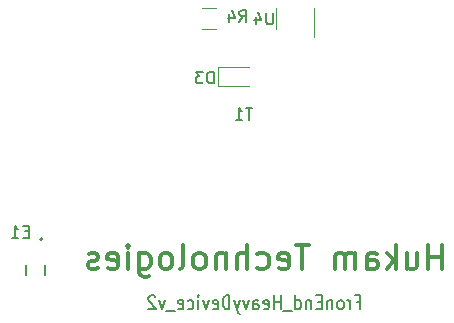
<source format=gbo>
G04 #@! TF.GenerationSoftware,KiCad,Pcbnew,5.1.7-a382d34a8~88~ubuntu18.04.1*
G04 #@! TF.CreationDate,2021-09-05T00:01:39+05:30*
G04 #@! TF.ProjectId,FrontEnd_HeavyDevice_v2,46726f6e-7445-46e6-945f-486561767944,rev?*
G04 #@! TF.SameCoordinates,Original*
G04 #@! TF.FileFunction,Legend,Bot*
G04 #@! TF.FilePolarity,Positive*
%FSLAX46Y46*%
G04 Gerber Fmt 4.6, Leading zero omitted, Abs format (unit mm)*
G04 Created by KiCad (PCBNEW 5.1.7-a382d34a8~88~ubuntu18.04.1) date 2021-09-05 00:01:39*
%MOMM*%
%LPD*%
G01*
G04 APERTURE LIST*
%ADD10C,0.200000*%
%ADD11C,0.300000*%
%ADD12C,0.127000*%
%ADD13C,0.120000*%
%ADD14C,0.150000*%
G04 APERTURE END LIST*
D10*
X125728287Y-112243245D02*
X126061620Y-112243245D01*
X126061620Y-112871817D02*
X126061620Y-111671817D01*
X125585430Y-111671817D01*
X125204478Y-112871817D02*
X125204478Y-112071817D01*
X125204478Y-112300388D02*
X125156859Y-112186102D01*
X125109240Y-112128960D01*
X125014001Y-112071817D01*
X124918763Y-112071817D01*
X124442573Y-112871817D02*
X124537811Y-112814674D01*
X124585430Y-112757531D01*
X124633049Y-112643245D01*
X124633049Y-112300388D01*
X124585430Y-112186102D01*
X124537811Y-112128960D01*
X124442573Y-112071817D01*
X124299716Y-112071817D01*
X124204478Y-112128960D01*
X124156859Y-112186102D01*
X124109240Y-112300388D01*
X124109240Y-112643245D01*
X124156859Y-112757531D01*
X124204478Y-112814674D01*
X124299716Y-112871817D01*
X124442573Y-112871817D01*
X123680668Y-112071817D02*
X123680668Y-112871817D01*
X123680668Y-112186102D02*
X123633049Y-112128960D01*
X123537811Y-112071817D01*
X123394954Y-112071817D01*
X123299716Y-112128960D01*
X123252097Y-112243245D01*
X123252097Y-112871817D01*
X122775906Y-112243245D02*
X122442573Y-112243245D01*
X122299716Y-112871817D02*
X122775906Y-112871817D01*
X122775906Y-111671817D01*
X122299716Y-111671817D01*
X121871144Y-112071817D02*
X121871144Y-112871817D01*
X121871144Y-112186102D02*
X121823525Y-112128960D01*
X121728287Y-112071817D01*
X121585430Y-112071817D01*
X121490192Y-112128960D01*
X121442573Y-112243245D01*
X121442573Y-112871817D01*
X120537811Y-112871817D02*
X120537811Y-111671817D01*
X120537811Y-112814674D02*
X120633049Y-112871817D01*
X120823525Y-112871817D01*
X120918763Y-112814674D01*
X120966382Y-112757531D01*
X121014001Y-112643245D01*
X121014001Y-112300388D01*
X120966382Y-112186102D01*
X120918763Y-112128960D01*
X120823525Y-112071817D01*
X120633049Y-112071817D01*
X120537811Y-112128960D01*
X120299716Y-112986102D02*
X119537811Y-112986102D01*
X119299716Y-112871817D02*
X119299716Y-111671817D01*
X119299716Y-112243245D02*
X118728287Y-112243245D01*
X118728287Y-112871817D02*
X118728287Y-111671817D01*
X117871144Y-112814674D02*
X117966382Y-112871817D01*
X118156859Y-112871817D01*
X118252097Y-112814674D01*
X118299716Y-112700388D01*
X118299716Y-112243245D01*
X118252097Y-112128960D01*
X118156859Y-112071817D01*
X117966382Y-112071817D01*
X117871144Y-112128960D01*
X117823525Y-112243245D01*
X117823525Y-112357531D01*
X118299716Y-112471817D01*
X116966382Y-112871817D02*
X116966382Y-112243245D01*
X117014001Y-112128960D01*
X117109240Y-112071817D01*
X117299716Y-112071817D01*
X117394954Y-112128960D01*
X116966382Y-112814674D02*
X117061620Y-112871817D01*
X117299716Y-112871817D01*
X117394954Y-112814674D01*
X117442573Y-112700388D01*
X117442573Y-112586102D01*
X117394954Y-112471817D01*
X117299716Y-112414674D01*
X117061620Y-112414674D01*
X116966382Y-112357531D01*
X116585430Y-112071817D02*
X116347335Y-112871817D01*
X116109240Y-112071817D01*
X115823525Y-112071817D02*
X115585430Y-112871817D01*
X115347335Y-112071817D02*
X115585430Y-112871817D01*
X115680668Y-113157531D01*
X115728287Y-113214674D01*
X115823525Y-113271817D01*
X114966382Y-112871817D02*
X114966382Y-111671817D01*
X114728287Y-111671817D01*
X114585430Y-111728960D01*
X114490192Y-111843245D01*
X114442573Y-111957531D01*
X114394954Y-112186102D01*
X114394954Y-112357531D01*
X114442573Y-112586102D01*
X114490192Y-112700388D01*
X114585430Y-112814674D01*
X114728287Y-112871817D01*
X114966382Y-112871817D01*
X113585430Y-112814674D02*
X113680668Y-112871817D01*
X113871144Y-112871817D01*
X113966382Y-112814674D01*
X114014001Y-112700388D01*
X114014001Y-112243245D01*
X113966382Y-112128960D01*
X113871144Y-112071817D01*
X113680668Y-112071817D01*
X113585430Y-112128960D01*
X113537811Y-112243245D01*
X113537811Y-112357531D01*
X114014001Y-112471817D01*
X113204478Y-112071817D02*
X112966382Y-112871817D01*
X112728287Y-112071817D01*
X112347335Y-112871817D02*
X112347335Y-112071817D01*
X112347335Y-111671817D02*
X112394954Y-111728960D01*
X112347335Y-111786102D01*
X112299716Y-111728960D01*
X112347335Y-111671817D01*
X112347335Y-111786102D01*
X111442573Y-112814674D02*
X111537811Y-112871817D01*
X111728287Y-112871817D01*
X111823525Y-112814674D01*
X111871144Y-112757531D01*
X111918763Y-112643245D01*
X111918763Y-112300388D01*
X111871144Y-112186102D01*
X111823525Y-112128960D01*
X111728287Y-112071817D01*
X111537811Y-112071817D01*
X111442573Y-112128960D01*
X110633049Y-112814674D02*
X110728287Y-112871817D01*
X110918763Y-112871817D01*
X111014001Y-112814674D01*
X111061620Y-112700388D01*
X111061620Y-112243245D01*
X111014001Y-112128960D01*
X110918763Y-112071817D01*
X110728287Y-112071817D01*
X110633049Y-112128960D01*
X110585430Y-112243245D01*
X110585430Y-112357531D01*
X111061620Y-112471817D01*
X110394954Y-112986102D02*
X109633049Y-112986102D01*
X109490192Y-112071817D02*
X109252097Y-112871817D01*
X109014001Y-112071817D01*
X108680668Y-111786102D02*
X108633049Y-111728960D01*
X108537811Y-111671817D01*
X108299716Y-111671817D01*
X108204478Y-111728960D01*
X108156859Y-111786102D01*
X108109240Y-111900388D01*
X108109240Y-112014674D01*
X108156859Y-112186102D01*
X108728287Y-112871817D01*
X108109240Y-112871817D01*
D11*
X132958240Y-109444041D02*
X132958240Y-107444041D01*
X132958240Y-108396422D02*
X131815383Y-108396422D01*
X131815383Y-109444041D02*
X131815383Y-107444041D01*
X130005860Y-108110708D02*
X130005860Y-109444041D01*
X130863002Y-108110708D02*
X130863002Y-109158327D01*
X130767764Y-109348803D01*
X130577288Y-109444041D01*
X130291574Y-109444041D01*
X130101098Y-109348803D01*
X130005860Y-109253565D01*
X129053479Y-109444041D02*
X129053479Y-107444041D01*
X128863002Y-108682137D02*
X128291574Y-109444041D01*
X128291574Y-108110708D02*
X129053479Y-108872613D01*
X126577288Y-109444041D02*
X126577288Y-108396422D01*
X126672526Y-108205946D01*
X126863002Y-108110708D01*
X127243955Y-108110708D01*
X127434431Y-108205946D01*
X126577288Y-109348803D02*
X126767764Y-109444041D01*
X127243955Y-109444041D01*
X127434431Y-109348803D01*
X127529669Y-109158327D01*
X127529669Y-108967851D01*
X127434431Y-108777375D01*
X127243955Y-108682137D01*
X126767764Y-108682137D01*
X126577288Y-108586899D01*
X125624907Y-109444041D02*
X125624907Y-108110708D01*
X125624907Y-108301184D02*
X125529669Y-108205946D01*
X125339193Y-108110708D01*
X125053479Y-108110708D01*
X124863002Y-108205946D01*
X124767764Y-108396422D01*
X124767764Y-109444041D01*
X124767764Y-108396422D02*
X124672526Y-108205946D01*
X124482050Y-108110708D01*
X124196336Y-108110708D01*
X124005860Y-108205946D01*
X123910621Y-108396422D01*
X123910621Y-109444041D01*
X121720145Y-107444041D02*
X120577288Y-107444041D01*
X121148717Y-109444041D02*
X121148717Y-107444041D01*
X119148717Y-109348803D02*
X119339193Y-109444041D01*
X119720145Y-109444041D01*
X119910621Y-109348803D01*
X120005860Y-109158327D01*
X120005860Y-108396422D01*
X119910621Y-108205946D01*
X119720145Y-108110708D01*
X119339193Y-108110708D01*
X119148717Y-108205946D01*
X119053479Y-108396422D01*
X119053479Y-108586899D01*
X120005860Y-108777375D01*
X117339193Y-109348803D02*
X117529669Y-109444041D01*
X117910621Y-109444041D01*
X118101098Y-109348803D01*
X118196336Y-109253565D01*
X118291574Y-109063089D01*
X118291574Y-108491660D01*
X118196336Y-108301184D01*
X118101098Y-108205946D01*
X117910621Y-108110708D01*
X117529669Y-108110708D01*
X117339193Y-108205946D01*
X116482050Y-109444041D02*
X116482050Y-107444041D01*
X115624907Y-109444041D02*
X115624907Y-108396422D01*
X115720145Y-108205946D01*
X115910621Y-108110708D01*
X116196336Y-108110708D01*
X116386812Y-108205946D01*
X116482050Y-108301184D01*
X114672526Y-108110708D02*
X114672526Y-109444041D01*
X114672526Y-108301184D02*
X114577288Y-108205946D01*
X114386812Y-108110708D01*
X114101098Y-108110708D01*
X113910621Y-108205946D01*
X113815383Y-108396422D01*
X113815383Y-109444041D01*
X112577288Y-109444041D02*
X112767764Y-109348803D01*
X112863002Y-109253565D01*
X112958240Y-109063089D01*
X112958240Y-108491660D01*
X112863002Y-108301184D01*
X112767764Y-108205946D01*
X112577288Y-108110708D01*
X112291574Y-108110708D01*
X112101098Y-108205946D01*
X112005860Y-108301184D01*
X111910621Y-108491660D01*
X111910621Y-109063089D01*
X112005860Y-109253565D01*
X112101098Y-109348803D01*
X112291574Y-109444041D01*
X112577288Y-109444041D01*
X110767764Y-109444041D02*
X110958240Y-109348803D01*
X111053479Y-109158327D01*
X111053479Y-107444041D01*
X109720145Y-109444041D02*
X109910621Y-109348803D01*
X110005860Y-109253565D01*
X110101098Y-109063089D01*
X110101098Y-108491660D01*
X110005860Y-108301184D01*
X109910621Y-108205946D01*
X109720145Y-108110708D01*
X109434431Y-108110708D01*
X109243955Y-108205946D01*
X109148717Y-108301184D01*
X109053479Y-108491660D01*
X109053479Y-109063089D01*
X109148717Y-109253565D01*
X109243955Y-109348803D01*
X109434431Y-109444041D01*
X109720145Y-109444041D01*
X107339193Y-108110708D02*
X107339193Y-109729756D01*
X107434431Y-109920232D01*
X107529669Y-110015470D01*
X107720145Y-110110708D01*
X108005860Y-110110708D01*
X108196336Y-110015470D01*
X107339193Y-109348803D02*
X107529669Y-109444041D01*
X107910621Y-109444041D01*
X108101098Y-109348803D01*
X108196336Y-109253565D01*
X108291574Y-109063089D01*
X108291574Y-108491660D01*
X108196336Y-108301184D01*
X108101098Y-108205946D01*
X107910621Y-108110708D01*
X107529669Y-108110708D01*
X107339193Y-108205946D01*
X106386812Y-109444041D02*
X106386812Y-108110708D01*
X106386812Y-107444041D02*
X106482050Y-107539280D01*
X106386812Y-107634518D01*
X106291574Y-107539280D01*
X106386812Y-107444041D01*
X106386812Y-107634518D01*
X104672526Y-109348803D02*
X104863002Y-109444041D01*
X105243955Y-109444041D01*
X105434431Y-109348803D01*
X105529669Y-109158327D01*
X105529669Y-108396422D01*
X105434431Y-108205946D01*
X105243955Y-108110708D01*
X104863002Y-108110708D01*
X104672526Y-108205946D01*
X104577288Y-108396422D01*
X104577288Y-108586899D01*
X105529669Y-108777375D01*
X103815383Y-109348803D02*
X103624907Y-109444041D01*
X103243955Y-109444041D01*
X103053479Y-109348803D01*
X102958240Y-109158327D01*
X102958240Y-109063089D01*
X103053479Y-108872613D01*
X103243955Y-108777375D01*
X103529669Y-108777375D01*
X103720145Y-108682137D01*
X103815383Y-108491660D01*
X103815383Y-108396422D01*
X103720145Y-108205946D01*
X103529669Y-108110708D01*
X103243955Y-108110708D01*
X103053479Y-108205946D01*
D12*
X97729140Y-109094800D02*
X97729140Y-109954800D01*
X99329140Y-109094800D02*
X99329140Y-109954800D01*
D10*
X99134740Y-106948800D02*
G75*
G03*
X99134740Y-106948800I-100000J0D01*
G01*
D13*
X112620000Y-89120000D02*
X113820000Y-89120000D01*
X113820000Y-87360000D02*
X112620000Y-87360000D01*
X113990000Y-93979900D02*
X113990000Y-92379900D01*
X113990000Y-92379900D02*
X116590000Y-92379900D01*
X113990000Y-93979900D02*
X116590000Y-93979900D01*
X122160000Y-87340000D02*
X122160000Y-89790000D01*
X118940000Y-89140000D02*
X118940000Y-87340000D01*
D14*
X97962316Y-106270751D02*
X97628982Y-106270751D01*
X97486125Y-106794560D02*
X97962316Y-106794560D01*
X97962316Y-105794560D01*
X97486125Y-105794560D01*
X96533744Y-106794560D02*
X97105173Y-106794560D01*
X96819459Y-106794560D02*
X96819459Y-105794560D01*
X96914697Y-105937418D01*
X97009935Y-106032656D01*
X97105173Y-106080275D01*
X115809826Y-88542520D02*
X116143160Y-88066330D01*
X116381255Y-88542520D02*
X116381255Y-87542520D01*
X116000302Y-87542520D01*
X115905064Y-87590140D01*
X115857445Y-87637759D01*
X115809826Y-87732997D01*
X115809826Y-87875854D01*
X115857445Y-87971092D01*
X115905064Y-88018711D01*
X116000302Y-88066330D01*
X116381255Y-88066330D01*
X114952683Y-87875854D02*
X114952683Y-88542520D01*
X115190779Y-87494901D02*
X115428874Y-88209187D01*
X114809826Y-88209187D01*
X113620455Y-93736420D02*
X113620455Y-92736420D01*
X113382360Y-92736420D01*
X113239502Y-92784040D01*
X113144264Y-92879278D01*
X113096645Y-92974516D01*
X113049026Y-93164992D01*
X113049026Y-93307849D01*
X113096645Y-93498325D01*
X113144264Y-93593563D01*
X113239502Y-93688801D01*
X113382360Y-93736420D01*
X113620455Y-93736420D01*
X112715693Y-92736420D02*
X112096645Y-92736420D01*
X112429979Y-93117373D01*
X112287121Y-93117373D01*
X112191883Y-93164992D01*
X112144264Y-93212611D01*
X112096645Y-93307849D01*
X112096645Y-93545944D01*
X112144264Y-93641182D01*
X112191883Y-93688801D01*
X112287121Y-93736420D01*
X112572836Y-93736420D01*
X112668074Y-93688801D01*
X112715693Y-93641182D01*
X116911904Y-95802380D02*
X116340476Y-95802380D01*
X116626190Y-96802380D02*
X116626190Y-95802380D01*
X115483333Y-96802380D02*
X116054761Y-96802380D01*
X115769047Y-96802380D02*
X115769047Y-95802380D01*
X115864285Y-95945238D01*
X115959523Y-96040476D01*
X116054761Y-96088095D01*
X118665224Y-87745720D02*
X118665224Y-88555244D01*
X118617605Y-88650482D01*
X118569986Y-88698101D01*
X118474748Y-88745720D01*
X118284272Y-88745720D01*
X118189034Y-88698101D01*
X118141415Y-88650482D01*
X118093796Y-88555244D01*
X118093796Y-87745720D01*
X117189034Y-88079054D02*
X117189034Y-88745720D01*
X117427129Y-87698101D02*
X117665224Y-88412387D01*
X117046177Y-88412387D01*
M02*

</source>
